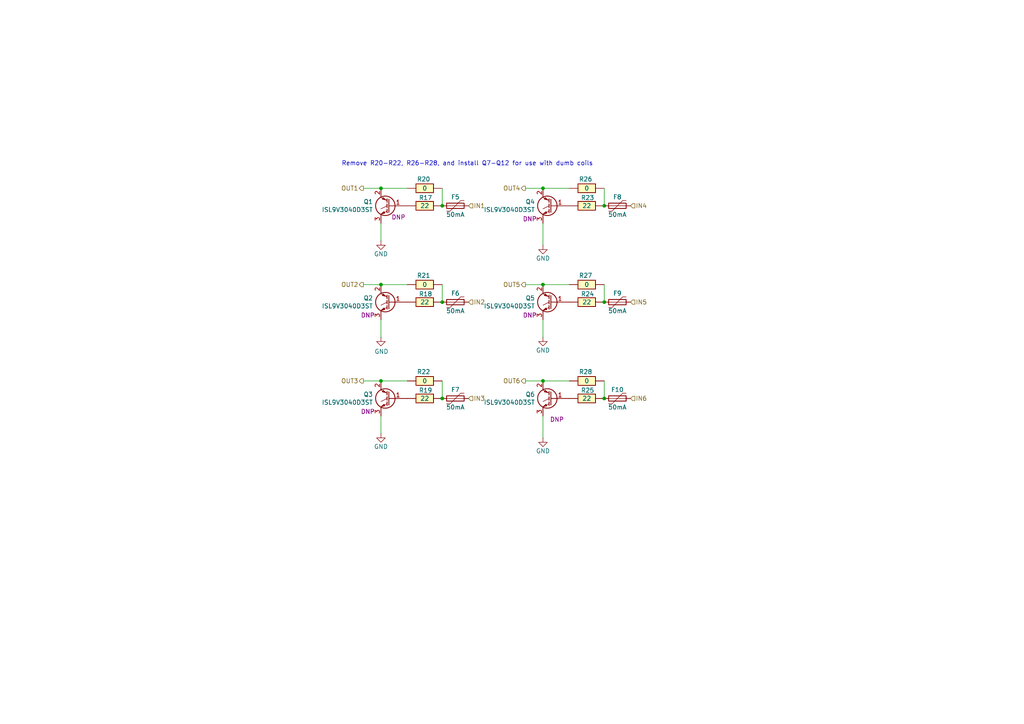
<source format=kicad_sch>
(kicad_sch (version 20231120) (generator "eeschema") (generator_version "8.0")
  (paper "A4")
  (lib_symbols
    (symbol "Device:Polyfuse" (pin_numbers hide) (pin_names (offset 0))
      (property "Reference" "F" (at -2.54 0 90))
      (property "Value" "Polyfuse" (at 2.54 0 90))
      (symbol "Polyfuse_0_1"
        (rectangle (start -0.762 2.54) (end 0.762 -2.54) (stroke (width 0.254)))
        (polyline (pts (xy 0 2.54) (xy 0 -2.54)))
        (polyline (pts (xy -1.524 2.54) (xy -1.524 1.524) (xy 1.524 -1.524) (xy 1.524 -2.54)))
      )
      (symbol "Polyfuse_1_1"
        (pin passive line (at 0 3.81 270) (length 1.27) (name "~") (number "1"))
        (pin passive line (at 0 -3.81 90) (length 1.27) (name "~") (number "2"))
      )
    )
    (symbol "Device:Q_NIGBT_GCE" (pin_names (offset 0) hide)
      (property "Reference" "Q" (at 5.08 1.27 0))
      (property "Value" "Q_NIGBT_GCE" (at 5.08 -1.27 0))
      (symbol "Q_NIGBT_GCE_0_1"
        (polyline (pts (xy 0.762 -1.016) (xy 0.762 -2.032)) (stroke (width 0.254)))
        (polyline (pts (xy 0.762 0.508) (xy 0.762 -0.508)) (stroke (width 0.254)))
        (polyline (pts (xy 0.762 2.032) (xy 0.762 1.016)) (stroke (width 0.254)))
        (polyline (pts (xy 2.54 -2.413) (xy 0.762 -1.524)))
        (polyline (pts (xy 2.54 -0.889) (xy 0.762 0)))
        (polyline (pts (xy 2.54 2.413) (xy 0.762 1.524)))
        (polyline (pts (xy 0.254 1.905) (xy 0.254 -1.905) (xy 0.254 -1.905)) (stroke (width 0.254)))
        (polyline (pts (xy 1.397 -2.159) (xy 1.651 -1.651) (xy 2.54 -2.413) (xy 1.397 -2.159)) (fill (type outline)))
        (polyline (pts (xy 2.159 1.905) (xy 1.905 2.413) (xy 1.016 1.651) (xy 2.159 1.905)) (fill (type outline)))
        (circle (center 1.27 0) (radius 2.8194) (stroke (width 0.254)))
      )
      (symbol "Q_NIGBT_GCE_1_1"
        (pin input line (at -5.08 0 0) (length 5.334) (name "G") (number "1"))
        (pin passive line (at 2.54 5.08 270) (length 2.54) (name "C") (number "2"))
        (pin passive line (at 2.54 -5.08 90) (length 2.54) (name "E") (number "3"))
      )
    )
    (symbol "hellen-one-common:Res" (pin_numbers hide)
      (property "Reference" "R" (at 3.81 2.54 0))
      (property "Value" "Res" (at 5.08 -2.54 0))
      (symbol "Res_1_0"
        (rectangle (start 2.54 -1.27) (end 7.62 1.27) (stroke (width 0.254)) (fill (type background)))
        (pin passive line (at 0 0 0) (length 2.54) (name "") (number "1"))
        (pin passive line (at 10.16 0 180) (length 2.54) (name "") (number "2"))
      )
    )
    (symbol "power:GND" (power) (pin_numbers hide) (pin_names (offset 0) hide)
      (property "Value" "GND" (at 0 -3.81 0))
      (symbol "GND_0_1"
        (polyline (pts (xy 0 0) (xy 0 -1.27) (xy 1.27 -1.27) (xy 0 -2.54) (xy -1.27 -1.27) (xy 0 -1.27)))
      )
      (symbol "GND_1_1"
        (pin power_in line (at 0 0 270) (length 0) (name "~") (number "1"))
      )
    )
  )
  (junction (at 157.48 110.49))
  (junction (at 128.27 87.63))
  (junction (at 128.27 59.69))
  (junction (at 175.26 87.63))
  (junction (at 175.26 59.69))
  (junction (at 110.49 54.61))
  (junction (at 175.26 115.57))
  (junction (at 128.27 115.57))
  (junction (at 110.49 110.49))
  (junction (at 157.48 54.61))
  (junction (at 110.49 82.55))
  (junction (at 157.48 82.55))
  (wire (pts (xy 157.48 54.61) (xy 165.1 54.61)))
  (wire (pts (xy 157.48 82.55) (xy 165.1 82.55)))
  (wire (pts (xy 110.49 120.65) (xy 110.49 125.73)))
  (wire (pts (xy 175.26 110.49) (xy 175.26 115.57)))
  (wire (pts (xy 157.48 92.71) (xy 157.48 97.79)))
  (wire (pts (xy 175.26 82.55) (xy 175.26 87.63)))
  (wire (pts (xy 110.49 110.49) (xy 118.11 110.49)))
  (wire (pts (xy 157.48 64.77) (xy 157.48 71.12)))
  (wire (pts (xy 157.48 120.65) (xy 157.48 127)))
  (wire (pts (xy 105.41 82.55) (xy 110.49 82.55)))
  (wire (pts (xy 105.41 54.61) (xy 110.49 54.61)))
  (wire (pts (xy 105.41 110.49) (xy 110.49 110.49)))
  (wire (pts (xy 157.48 110.49) (xy 165.1 110.49)))
  (wire (pts (xy 110.49 54.61) (xy 118.11 54.61)))
  (wire (pts (xy 152.4 82.55) (xy 157.48 82.55)))
  (wire (pts (xy 110.49 92.71) (xy 110.49 97.79)))
  (wire (pts (xy 110.49 82.55) (xy 118.11 82.55)))
  (wire (pts (xy 175.26 54.61) (xy 175.26 59.69)))
  (wire (pts (xy 152.4 54.61) (xy 157.48 54.61)))
  (wire (pts (xy 110.49 64.77) (xy 110.49 69.85)))
  (wire (pts (xy 128.27 54.61) (xy 128.27 59.69)))
  (wire (pts (xy 128.27 110.49) (xy 128.27 115.57)))
  (wire (pts (xy 152.4 110.49) (xy 157.48 110.49)))
  (wire (pts (xy 128.27 82.55) (xy 128.27 87.63)))
  (text "Remove R20-R22, R26-R28, and install Q7-Q12 for use with dumb coils" (at 99.06 48.26 0) (effects (font (size 1.27 1.27)) (justify left bottom)))
  (hierarchical_label "OUT5" (shape output) (at 152.4 82.55 180))
  (hierarchical_label "IN1" (shape input) (at 135.89 59.69 0))
  (hierarchical_label "IN4" (shape input) (at 182.88 59.69 0))
  (hierarchical_label "OUT3" (shape output) (at 105.41 110.49 180))
  (hierarchical_label "OUT4" (shape output) (at 152.4 54.61 180))
  (hierarchical_label "IN2" (shape input) (at 135.89 87.63 0))
  (hierarchical_label "OUT6" (shape output) (at 152.4 110.49 180))
  (hierarchical_label "OUT2" (shape output) (at 105.41 82.55 180))
  (hierarchical_label "IN6" (shape input) (at 182.88 115.57 0))
  (hierarchical_label "IN5" (shape input) (at 182.88 87.63 0))
  (hierarchical_label "IN3" (shape input) (at 135.89 115.57 0))
  (hierarchical_label "OUT1" (shape output) (at 105.41 54.61 180))
  (symbol (lib_id "hellen-one-common:Res") (at 175.26 110.49 0) (mirror y) (unit 1)
    (property "Reference" "R28" (at 169.8596 107.8453 0))
    (property "Value" "0" (at 170.18 110.49 0))
    (property "Footprint" "Resistor_SMD:R_2512_6332Metric" (effects (hide yes)))
    (property "LCSC" "C25469" (effects (hide yes)))
  )
  (symbol (lib_id "Device:Q_NIGBT_GCE") (at 160.02 115.57 0) (mirror y) (unit 1)
    (property "Reference" "Q6" (at 155.1686 114.4016 0) (effects (justify left)))
    (property "Value" "ISL9V3040D3ST" (at 155.1686 116.713 0) (effects (justify left)))
    (property "Footprint" "Package_TO_SOT_SMD:TO-252-2" (effects (hide yes)))
    (property "MyComment" "DNP" (at 161.544 121.666 0))
  )
  (symbol (lib_id "hellen-one-common:Res") (at 175.26 82.55 0) (mirror y) (unit 1)
    (property "Reference" "R27" (at 169.8596 79.9053 0))
    (property "Value" "0" (at 170.18 82.55 0))
    (property "Footprint" "Resistor_SMD:R_2512_6332Metric" (effects (hide yes)))
    (property "LCSC" "C25469" (effects (hide yes)))
  )
  (symbol (lib_id "Device:Q_NIGBT_GCE") (at 113.03 59.69 0) (mirror y) (unit 1)
    (property "Reference" "Q1" (at 108.1786 58.5216 0) (effects (justify left)))
    (property "Value" "ISL9V3040D3ST" (at 108.1786 60.833 0) (effects (justify left)))
    (property "Footprint" "Package_TO_SOT_SMD:TO-252-2" (effects (hide yes)))
    (property "MyComment" "DNP" (at 115.57 62.992 0))
  )
  (symbol (lib_id "Device:Polyfuse") (at 179.07 87.63 90) (unit 1)
    (property "Reference" "F9" (at 179.07 85.09 90))
    (property "Value" "50mA" (at 179.07 90.17 90))
    (property "Footprint" "Fuse:Fuse_0603_1608Metric" (effects (hide yes)))
    (property "LCSC" "C369141" (effects (hide yes)))
  )
  (symbol (lib_id "power:GND") (at 157.48 127 0) (unit 1)
    (property "Reference" "#PWR0135" (effects (hide yes)))
    (property "Value" "GND" (at 157.48 130.81 0))
    (property "Description" "Power symbol creates a global label with name \"GND\" , ground" (effects (hide yes)))
  )
  (symbol (lib_id "hellen-one-common:Res") (at 118.11 115.57 0) (mirror x) (unit 1)
    (property "Reference" "R19" (at 123.432 113.2218 0))
    (property "Value" "22" (at 123.19 115.57 0))
    (property "Footprint" "hellen-one-common:R0603" (effects (hide yes)))
    (property "LCSC" "C23345" (effects (hide yes)))
  )
  (symbol (lib_id "power:GND") (at 157.48 97.79 0) (unit 1)
    (property "Reference" "#PWR0132" (effects (hide yes)))
    (property "Value" "GND" (at 157.48 101.6 0))
    (property "Description" "Power symbol creates a global label with name \"GND\" , ground" (effects (hide yes)))
  )
  (symbol (lib_id "Device:Polyfuse") (at 179.07 115.57 90) (unit 1)
    (property "Reference" "F10" (at 179.07 113.03 90))
    (property "Value" "50mA" (at 179.07 118.11 90))
    (property "Footprint" "Fuse:Fuse_0603_1608Metric" (effects (hide yes)))
    (property "LCSC" "C369141" (effects (hide yes)))
  )
  (symbol (lib_id "power:GND") (at 157.48 71.12 0) (unit 1)
    (property "Reference" "#PWR0131" (effects (hide yes)))
    (property "Value" "GND" (at 157.48 74.93 0))
    (property "Description" "Power symbol creates a global label with name \"GND\" , ground" (effects (hide yes)))
  )
  (symbol (lib_id "Device:Polyfuse") (at 132.08 87.63 90) (unit 1)
    (property "Reference" "F6" (at 132.08 85.09 90))
    (property "Value" "50mA" (at 132.08 90.17 90))
    (property "Footprint" "Fuse:Fuse_0603_1608Metric" (effects (hide yes)))
    (property "LCSC" "C369141" (effects (hide yes)))
  )
  (symbol (lib_id "Device:Polyfuse") (at 132.08 59.69 90) (unit 1)
    (property "Reference" "F5" (at 132.08 57.15 90))
    (property "Value" "50mA" (at 132.08 62.23 90))
    (property "Footprint" "Fuse:Fuse_0603_1608Metric" (effects (hide yes)))
    (property "LCSC" "C369141" (effects (hide yes)))
  )
  (symbol (lib_id "Device:Q_NIGBT_GCE") (at 160.02 59.69 0) (mirror y) (unit 1)
    (property "Reference" "Q4" (at 155.1686 58.5216 0) (effects (justify left)))
    (property "Value" "ISL9V3040D3ST" (at 155.1686 60.833 0) (effects (justify left)))
    (property "Footprint" "Package_TO_SOT_SMD:TO-252-2" (effects (hide yes)))
    (property "MyComment" "DNP" (at 153.67 63.5 0))
  )
  (symbol (lib_id "hellen-one-common:Res") (at 118.11 59.69 0) (mirror x) (unit 1)
    (property "Reference" "R17" (at 123.432 57.3418 0))
    (property "Value" "22" (at 123.19 59.69 0))
    (property "Footprint" "hellen-one-common:R0603" (effects (hide yes)))
    (property "LCSC" "C23345" (effects (hide yes)))
  )
  (symbol (lib_id "Device:Q_NIGBT_GCE") (at 113.03 115.57 0) (mirror y) (unit 1)
    (property "Reference" "Q3" (at 108.1786 114.4016 0) (effects (justify left)))
    (property "Value" "ISL9V3040D3ST" (at 108.1786 116.713 0) (effects (justify left)))
    (property "Footprint" "Package_TO_SOT_SMD:TO-252-2" (effects (hide yes)))
    (property "MyComment" "DNP" (at 106.68 119.38 0))
  )
  (symbol (lib_id "hellen-one-common:Res") (at 128.27 54.61 0) (mirror y) (unit 1)
    (property "Reference" "R20" (at 122.8696 51.9653 0))
    (property "Value" "0" (at 123.19 54.61 0))
    (property "Footprint" "Resistor_SMD:R_2512_6332Metric" (effects (hide yes)))
    (property "LCSC" "C25469" (effects (hide yes)))
  )
  (symbol (lib_id "power:GND") (at 110.49 97.79 0) (unit 1)
    (property "Reference" "#PWR0136" (effects (hide yes)))
    (property "Value" "GND" (at 110.6394 101.961 0))
    (property "Description" "Power symbol creates a global label with name \"GND\" , ground" (effects (hide yes)))
  )
  (symbol (lib_id "hellen-one-common:Res") (at 165.1 115.57 0) (mirror x) (unit 1)
    (property "Reference" "R25" (at 170.422 113.2218 0))
    (property "Value" "22" (at 170.18 115.57 0))
    (property "Footprint" "hellen-one-common:R0603" (effects (hide yes)))
    (property "LCSC" "C23345" (effects (hide yes)))
  )
  (symbol (lib_id "hellen-one-common:Res") (at 118.11 87.63 0) (mirror x) (unit 1)
    (property "Reference" "R18" (at 123.432 85.2818 0))
    (property "Value" "22" (at 123.19 87.63 0))
    (property "Footprint" "hellen-one-common:R0603" (effects (hide yes)))
    (property "LCSC" "C23345" (effects (hide yes)))
  )
  (symbol (lib_id "hellen-one-common:Res") (at 165.1 87.63 0) (mirror x) (unit 1)
    (property "Reference" "R24" (at 170.422 85.2818 0))
    (property "Value" "22" (at 170.18 87.63 0))
    (property "Footprint" "hellen-one-common:R0603" (effects (hide yes)))
    (property "LCSC" "C23345" (effects (hide yes)))
  )
  (symbol (lib_id "Device:Polyfuse") (at 132.08 115.57 90) (unit 1)
    (property "Reference" "F7" (at 132.08 113.03 90))
    (property "Value" "50mA" (at 132.08 118.11 90))
    (property "Footprint" "Fuse:Fuse_0603_1608Metric" (effects (hide yes)))
    (property "LCSC" "C369141" (effects (hide yes)))
  )
  (symbol (lib_id "hellen-one-common:Res") (at 128.27 110.49 0) (mirror y) (unit 1)
    (property "Reference" "R22" (at 122.8696 107.8453 0))
    (property "Value" "0" (at 123.19 110.49 0))
    (property "Footprint" "Resistor_SMD:R_2512_6332Metric" (effects (hide yes)))
    (property "LCSC" "C25469" (effects (hide yes)))
  )
  (symbol (lib_id "hellen-one-common:Res") (at 175.26 54.61 0) (mirror y) (unit 1)
    (property "Reference" "R26" (at 169.8596 51.9653 0))
    (property "Value" "0" (at 170.18 54.61 0))
    (property "Footprint" "Resistor_SMD:R_2512_6332Metric" (effects (hide yes)))
    (property "LCSC" "C25469" (effects (hide yes)))
  )
  (symbol (lib_id "Device:Q_NIGBT_GCE") (at 113.03 87.63 0) (mirror y) (unit 1)
    (property "Reference" "Q2" (at 108.1786 86.4616 0) (effects (justify left)))
    (property "Value" "ISL9V3040D3ST" (at 108.1786 88.773 0) (effects (justify left)))
    (property "Footprint" "Package_TO_SOT_SMD:TO-252-2" (effects (hide yes)))
    (property "MyComment" "DNP" (at 106.68 91.44 0))
  )
  (symbol (lib_id "Device:Q_NIGBT_GCE") (at 160.02 87.63 0) (mirror y) (unit 1)
    (property "Reference" "Q5" (at 155.1686 86.4616 0) (effects (justify left)))
    (property "Value" "ISL9V3040D3ST" (at 155.1686 88.773 0) (effects (justify left)))
    (property "Footprint" "Package_TO_SOT_SMD:TO-252-2" (effects (hide yes)))
    (property "MyComment" "DNP" (at 153.67 91.44 0))
  )
  (symbol (lib_id "Device:Polyfuse") (at 179.07 59.69 90) (unit 1)
    (property "Reference" "F8" (at 179.07 57.15 90))
    (property "Value" "50mA" (at 179.07 62.23 90))
    (property "Footprint" "Fuse:Fuse_0603_1608Metric" (effects (hide yes)))
    (property "LCSC" "C369141" (effects (hide yes)))
  )
  (symbol (lib_id "hellen-one-common:Res") (at 128.27 82.55 0) (mirror y) (unit 1)
    (property "Reference" "R21" (at 122.8696 79.9053 0))
    (property "Value" "0" (at 123.19 82.55 0))
    (property "Footprint" "Resistor_SMD:R_2512_6332Metric" (effects (hide yes)))
    (property "LCSC" "C25469" (effects (hide yes)))
  )
  (symbol (lib_id "power:GND") (at 110.49 125.73 0) (unit 1)
    (property "Reference" "#PWR0134" (effects (hide yes)))
    (property "Value" "GND" (at 110.49 129.54 0))
    (property "Description" "Power symbol creates a global label with name \"GND\" , ground" (effects (hide yes)))
  )
  (symbol (lib_id "hellen-one-common:Res") (at 165.1 59.69 0) (mirror x) (unit 1)
    (property "Reference" "R23" (at 170.422 57.3418 0))
    (property "Value" "22" (at 170.18 59.69 0))
    (property "Footprint" "hellen-one-common:R0603" (effects (hide yes)))
    (property "LCSC" "C23345" (effects (hide yes)))
  )
  (symbol (lib_id "power:GND") (at 110.49 69.85 0) (unit 1)
    (property "Reference" "#PWR0133" (effects (hide yes)))
    (property "Value" "GND" (at 110.49 73.66 0))
    (property "Description" "Power symbol creates a global label with name \"GND\" , ground" (effects (hide yes)))
  )
)
</source>
